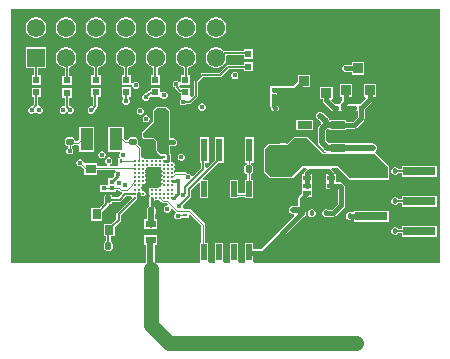
<source format=gtl>
G04*
G04 #@! TF.GenerationSoftware,Altium Limited,Altium Designer,22.10.1 (41)*
G04*
G04 Layer_Physical_Order=1*
G04 Layer_Color=255*
%FSLAX25Y25*%
%MOIN*%
G70*
G04*
G04 #@! TF.SameCoordinates,6EEB4584-1C63-4AE3-A79B-07B07B7A1057*
G04*
G04*
G04 #@! TF.FilePolarity,Positive*
G04*
G01*
G75*
%ADD11C,0.00600*%
%ADD14C,0.00800*%
%ADD19R,0.04724X0.02559*%
%ADD20R,0.02362X0.02362*%
G04:AMPARAMS|DCode=21|XSize=21.26mil|YSize=23.62mil|CornerRadius=5.53mil|HoleSize=0mil|Usage=FLASHONLY|Rotation=0.000|XOffset=0mil|YOffset=0mil|HoleType=Round|Shape=RoundedRectangle|*
%AMROUNDEDRECTD21*
21,1,0.02126,0.01257,0,0,0.0*
21,1,0.01021,0.02362,0,0,0.0*
1,1,0.01106,0.00510,-0.00628*
1,1,0.01106,-0.00510,-0.00628*
1,1,0.01106,-0.00510,0.00628*
1,1,0.01106,0.00510,0.00628*
%
%ADD21ROUNDEDRECTD21*%
%ADD22R,0.01575X0.01496*%
%ADD23R,0.02638X0.01575*%
%ADD24R,0.04134X0.03937*%
%ADD25R,0.02598X0.01575*%
%ADD26R,0.10984X0.02913*%
%ADD27R,0.03347X0.02461*%
G04:AMPARAMS|DCode=28|XSize=21.26mil|YSize=23.62mil|CornerRadius=5.53mil|HoleSize=0mil|Usage=FLASHONLY|Rotation=90.000|XOffset=0mil|YOffset=0mil|HoleType=Round|Shape=RoundedRectangle|*
%AMROUNDEDRECTD28*
21,1,0.02126,0.01257,0,0,90.0*
21,1,0.01021,0.02362,0,0,90.0*
1,1,0.01106,0.00628,0.00510*
1,1,0.01106,0.00628,-0.00510*
1,1,0.01106,-0.00628,-0.00510*
1,1,0.01106,-0.00628,0.00510*
%
%ADD28ROUNDEDRECTD28*%
%ADD29R,0.03200X0.03500*%
%ADD30R,0.01496X0.01575*%
%ADD31R,0.03500X0.03200*%
%ADD32R,0.01000X0.01400*%
%ADD33R,0.01400X0.01000*%
%ADD34R,0.02953X0.03347*%
%ADD35R,0.01900X0.05400*%
%ADD36R,0.04331X0.07480*%
%ADD37C,0.00835*%
%ADD38R,0.02100X0.07800*%
%ADD39R,0.03000X0.03300*%
%ADD40R,0.03300X0.03000*%
%ADD41C,0.05000*%
%ADD42C,0.02000*%
%ADD43C,0.01000*%
%ADD53R,0.12600X0.09500*%
%ADD61C,0.01500*%
%ADD62C,0.00400*%
%ADD63C,0.01800*%
%ADD64C,0.06102*%
%ADD65R,0.06102X0.06102*%
%ADD66C,0.01800*%
%ADD67C,0.01600*%
%ADD68C,0.00800*%
G36*
X667758Y131037D02*
X605859D01*
X605719Y131479D01*
X605719Y131537D01*
Y133187D01*
X608761D01*
X609210Y133276D01*
X609590Y133531D01*
X622161Y146101D01*
X622419Y146152D01*
X622882Y146462D01*
X623191Y146925D01*
X623300Y147471D01*
X623191Y148017D01*
X623045Y148236D01*
Y151859D01*
X624107Y152921D01*
X625355D01*
Y154981D01*
X625355Y155296D01*
X625355Y155796D01*
Y157855D01*
X625355D01*
Y158040D01*
X625355D01*
Y160414D01*
X625846Y160436D01*
X629301D01*
X629791Y160414D01*
Y158040D01*
X629791D01*
Y157855D01*
X629791D01*
Y155481D01*
X633229D01*
Y155496D01*
X633838D01*
Y150595D01*
X631887Y148644D01*
X630439D01*
X630131Y148771D01*
X629614D01*
X629136Y148573D01*
X628770Y148207D01*
X628573Y147730D01*
Y147213D01*
X628770Y146735D01*
X629136Y146369D01*
X629614Y146171D01*
X630131D01*
X630439Y146299D01*
X632373D01*
X632821Y146388D01*
X633202Y146642D01*
X635840Y149280D01*
X636094Y149660D01*
X636183Y150109D01*
Y156109D01*
X636094Y156558D01*
X635840Y156938D01*
X635280Y157497D01*
X634900Y157751D01*
X634451Y157841D01*
X633647D01*
X633229Y158040D01*
Y160414D01*
X632683D01*
Y160609D01*
X632594Y161058D01*
X632339Y161438D01*
X631601Y162176D01*
X631809Y162676D01*
X633831D01*
X637704Y158803D01*
X638010Y158676D01*
X650480D01*
X650786Y158803D01*
X650913Y159109D01*
X650913Y162957D01*
X650880Y163036D01*
Y163357D01*
X650693D01*
X646634Y167415D01*
X646328Y167542D01*
X646092Y168006D01*
X646095Y168042D01*
X646511Y168320D01*
X646820Y168783D01*
X646929Y169329D01*
X646820Y169876D01*
X646511Y170339D01*
X646503Y170347D01*
X646040Y170656D01*
X645494Y170765D01*
X645494Y170765D01*
X643438D01*
X643165Y170819D01*
X641909D01*
X641636Y170765D01*
X639438D01*
X639165Y170819D01*
X637909D01*
X637640Y170766D01*
X636576D01*
Y171019D01*
X631052D01*
Y171019D01*
X630572Y171066D01*
X629938Y171700D01*
Y175018D01*
X630342Y175422D01*
X631052D01*
Y175140D01*
X636576D01*
Y175677D01*
X639251D01*
X639699Y175766D01*
X640080Y176020D01*
X642446Y178386D01*
X642700Y178767D01*
X642789Y179215D01*
Y182123D01*
X645375Y184709D01*
X645629Y185089D01*
X645718Y185538D01*
Y186239D01*
X646546D01*
Y190539D01*
X642546D01*
Y186239D01*
X642881D01*
X643088Y185739D01*
X641146Y183796D01*
X640469D01*
Y183796D01*
X638256D01*
X638256Y183796D01*
Y183796D01*
X637812Y183932D01*
X637618Y184282D01*
X637683Y184609D01*
Y186239D01*
X638475D01*
Y190539D01*
X634475D01*
Y186239D01*
X635338D01*
Y185095D01*
X634788Y184544D01*
X634533Y184164D01*
X634460Y183796D01*
X632981D01*
X631669Y185109D01*
X631876Y185609D01*
X632160D01*
Y189609D01*
X627860D01*
Y185609D01*
X628838D01*
Y185109D01*
X628927Y184660D01*
X629181Y184280D01*
X631681Y181780D01*
X632062Y181526D01*
X632256Y181487D01*
Y181421D01*
X634552D01*
Y181422D01*
X636765D01*
Y181436D01*
X638256D01*
Y181421D01*
X640444D01*
Y179701D01*
X638765Y178022D01*
X636576D01*
Y178499D01*
X631128D01*
X631069Y178796D01*
X630760Y179259D01*
X630760Y179259D01*
X629009Y181009D01*
X628546Y181319D01*
X628000Y181427D01*
X627454Y181319D01*
X626991Y181009D01*
X626681Y180546D01*
X626573Y180000D01*
X626681Y179454D01*
X626991Y178991D01*
X628124Y177858D01*
Y177241D01*
X627501Y176618D01*
X627192Y176155D01*
X627083Y175609D01*
X627083Y175609D01*
Y171109D01*
X627083Y171109D01*
X627192Y170563D01*
X627501Y170100D01*
X629241Y168359D01*
X629241Y168359D01*
X629704Y168050D01*
X629745Y168042D01*
X629696Y167542D01*
X629190D01*
X623816Y172915D01*
X623510Y173042D01*
X619385D01*
X619079Y172915D01*
X616749Y170585D01*
X616510Y170745D01*
X616139Y170819D01*
X614882D01*
X614510Y170745D01*
X614206Y170542D01*
X611010D01*
X610704Y170415D01*
X609204Y168915D01*
X609077Y168609D01*
Y161609D01*
X609204Y161303D01*
X611204Y159303D01*
X611510Y159176D01*
X618510Y159176D01*
X618817Y159303D01*
X622190Y162676D01*
X623212D01*
X623419Y162176D01*
X622807Y161564D01*
X622553Y161184D01*
X622464Y160735D01*
Y160414D01*
X621917D01*
Y158040D01*
X621917D01*
Y157855D01*
X621917D01*
Y155796D01*
X621917Y155481D01*
X621917Y154981D01*
Y154048D01*
X621043Y153174D01*
X620789Y152794D01*
X620700Y152345D01*
Y149927D01*
X619000D01*
X618454Y149819D01*
X617991Y149509D01*
X617681Y149046D01*
X617573Y148500D01*
X617681Y147954D01*
X617991Y147491D01*
X618454Y147181D01*
X619000Y147073D01*
X619163D01*
X619354Y146611D01*
X608276Y135532D01*
X605719D01*
Y137679D01*
X603019D01*
Y131537D01*
X603019Y131479D01*
X602878Y131037D01*
X600859D01*
X600718Y131479D01*
X600718Y131537D01*
Y137679D01*
X598019D01*
Y131537D01*
X598019Y131479D01*
X597878Y131037D01*
X595859D01*
X595718Y131479D01*
X595718Y131537D01*
Y137679D01*
X593018D01*
Y131537D01*
X593018Y131479D01*
X592878Y131037D01*
X590859D01*
X590719Y131479D01*
X590719Y131537D01*
Y137679D01*
X589660D01*
Y143630D01*
X589470Y144089D01*
X584771Y148787D01*
X584312Y148977D01*
X582429D01*
X582130Y149477D01*
X582210Y149670D01*
Y150100D01*
X584777Y152666D01*
X584932Y152898D01*
X584986Y153171D01*
Y155311D01*
X587557Y157881D01*
X588019Y157690D01*
Y152479D01*
X590719D01*
Y158678D01*
X589007D01*
X588816Y159140D01*
X593954Y164278D01*
X595819D01*
Y172879D01*
X592918D01*
Y166479D01*
X592859Y166390D01*
X592805Y166117D01*
Y165148D01*
X590224Y162568D01*
X589724Y162775D01*
Y164278D01*
X590819D01*
Y172879D01*
X587919D01*
Y164278D01*
X588297D01*
Y162490D01*
X585662Y159856D01*
X585094Y159995D01*
X585017Y160180D01*
X584680Y160517D01*
X584239Y160700D01*
X583761D01*
X583731Y160687D01*
X583468Y160950D01*
X583009Y161141D01*
X579709D01*
X579458Y161036D01*
X579337Y161328D01*
X579111Y161554D01*
X579337Y161780D01*
X579461Y162080D01*
Y162405D01*
X579337Y162706D01*
X579111Y162932D01*
X579337Y163158D01*
X579461Y163458D01*
Y163783D01*
X579337Y164084D01*
X579107Y164314D01*
X578807Y164438D01*
X578543D01*
X578515Y164452D01*
X578331Y164623D01*
X578153Y164843D01*
X578184Y164999D01*
Y166853D01*
X578114Y167204D01*
X577915Y167502D01*
X577806Y167611D01*
Y167792D01*
X577816Y167803D01*
X577943Y168109D01*
Y169783D01*
X579010D01*
X579518Y169884D01*
X579948Y170172D01*
X580235Y170602D01*
X580336Y171109D01*
X580235Y171616D01*
X579948Y172046D01*
X579518Y172334D01*
X579010Y172434D01*
X577943D01*
Y181609D01*
X577816Y181915D01*
X576817Y182915D01*
X576510Y183042D01*
X573510D01*
X573204Y182915D01*
X572204Y181915D01*
X572077Y181609D01*
Y181517D01*
X572110Y181437D01*
Y181351D01*
X572122Y181323D01*
Y181018D01*
X572110Y180990D01*
Y180904D01*
X572077Y180825D01*
Y177788D01*
X568704Y174415D01*
X568577Y174109D01*
Y173109D01*
X568704Y172803D01*
X569193Y172314D01*
X569499Y172187D01*
X569968D01*
X569983Y172184D01*
X569998Y172187D01*
X570010D01*
X570022Y172192D01*
X570026Y172193D01*
X570067Y172176D01*
X572331D01*
X573077Y171430D01*
Y168609D01*
X573204Y168303D01*
X573423Y168084D01*
Y168009D01*
X573498D01*
X574704Y166803D01*
X575010Y166676D01*
X576177D01*
X576239Y166582D01*
X576349Y166473D01*
Y165916D01*
X575888D01*
X575537Y165847D01*
X575240Y165648D01*
X575037Y165628D01*
X574973Y165692D01*
X574673Y165816D01*
X574348D01*
X574047Y165692D01*
X573821Y165466D01*
X573595Y165692D01*
X573295Y165816D01*
X572970D01*
X572669Y165692D01*
X572443Y165466D01*
X572217Y165692D01*
X571917Y165816D01*
X571592D01*
X571291Y165692D01*
X571066Y165466D01*
X570840Y165692D01*
X570539Y165816D01*
X570214D01*
X569913Y165692D01*
X569688Y165466D01*
X569461Y165692D01*
X569161Y165816D01*
X568836D01*
X568770Y165789D01*
X568273Y166078D01*
X568270Y166082D01*
Y169227D01*
X568080Y169686D01*
X567082Y170684D01*
X567110Y170827D01*
Y171847D01*
X567036Y172219D01*
X566826Y172534D01*
X566510Y172745D01*
X566139Y172819D01*
X564882D01*
X564510Y172745D01*
X564195Y172534D01*
X563984Y172219D01*
X563911Y171847D01*
Y171758D01*
X563279D01*
X562497Y172541D01*
Y176249D01*
X557366D01*
Y167969D01*
X561078D01*
X561285Y167469D01*
X561237Y167421D01*
X561054Y166980D01*
Y166502D01*
X561111Y166365D01*
X560780Y165865D01*
X560649D01*
Y163664D01*
X560423Y163258D01*
X557904D01*
X557805Y163758D01*
X558111Y163885D01*
X558449Y164223D01*
X558632Y164664D01*
Y165141D01*
X558449Y165582D01*
X558111Y165920D01*
X557670Y166103D01*
X557193D01*
X556752Y165920D01*
X556414Y165582D01*
X556231Y165141D01*
Y164664D01*
X556414Y164223D01*
X556752Y163885D01*
X557058Y163758D01*
X556959Y163258D01*
X553477D01*
Y164096D01*
X549568D01*
X549367Y164110D01*
X549106Y164484D01*
Y164605D01*
X548923Y165046D01*
X548585Y165384D01*
X548144Y165567D01*
X547667D01*
X547226Y165384D01*
X546888Y165046D01*
X546706Y164605D01*
Y164128D01*
X546888Y163687D01*
X547226Y163349D01*
X547667Y163166D01*
X548144D01*
X548175Y163179D01*
X549228Y162125D01*
X549377Y162064D01*
Y160296D01*
X553477D01*
Y161960D01*
X559609D01*
X559718Y161732D01*
X559762Y161460D01*
X559483Y161180D01*
X559300Y160739D01*
Y160261D01*
X559395Y160033D01*
X558454Y159092D01*
X557367D01*
Y157245D01*
X557042Y156880D01*
X556901Y156880D01*
X554668D01*
Y154584D01*
X557042D01*
Y154584D01*
X557367D01*
Y154584D01*
X559741D01*
Y155071D01*
X560638D01*
X560955Y154753D01*
X561415Y154563D01*
X561774D01*
X561981Y154063D01*
X560782Y152864D01*
X558739D01*
X558690Y153109D01*
X558479Y153424D01*
X558164Y153635D01*
X557792Y153709D01*
X556772D01*
X556400Y153635D01*
X556085Y153424D01*
X555874Y153109D01*
X555800Y152737D01*
Y151481D01*
X555874Y151109D01*
X555898Y151074D01*
Y150847D01*
X554233Y149182D01*
X551634D01*
Y145036D01*
X555387D01*
Y148029D01*
X557290Y149932D01*
X557290Y149932D01*
X557467Y150197D01*
X557529Y150509D01*
X557750Y150509D01*
X557792Y150509D01*
X558164Y150583D01*
X558479Y150794D01*
X558690Y151109D01*
X558714Y151233D01*
X561120D01*
X561120Y151233D01*
X561432Y151295D01*
X561697Y151472D01*
X563385Y153159D01*
X564944D01*
X565151Y152659D01*
X560170Y147678D01*
X559993Y147413D01*
X559931Y147101D01*
X559931Y147101D01*
Y145517D01*
X558282Y143867D01*
X555768D01*
Y139721D01*
X556466D01*
Y138148D01*
X556400Y138135D01*
X556085Y137924D01*
X555874Y137609D01*
X555800Y137237D01*
Y135981D01*
X555874Y135609D01*
X556085Y135294D01*
X556400Y135083D01*
X556772Y135009D01*
X557792D01*
X558164Y135083D01*
X558479Y135294D01*
X558690Y135609D01*
X558764Y135981D01*
Y137237D01*
X558690Y137609D01*
X558479Y137924D01*
X558164Y138135D01*
X558098Y138148D01*
Y139721D01*
X559521D01*
Y142792D01*
X559522Y142801D01*
X561323Y144602D01*
X561500Y144867D01*
X561562Y145179D01*
X561562Y145179D01*
Y146763D01*
X566702Y151903D01*
X566706Y151904D01*
X566935Y152134D01*
X567060Y152435D01*
Y152760D01*
X566935Y153060D01*
X566710Y153286D01*
X566935Y153512D01*
X567060Y153813D01*
Y154138D01*
X567049Y154164D01*
X567432Y154547D01*
X567458Y154536D01*
X567783D01*
X567809Y154547D01*
X568192Y154164D01*
X568181Y154138D01*
Y153813D01*
X568306Y153512D01*
X568536Y153282D01*
X568836Y153158D01*
X569161D01*
X569461Y153282D01*
X569691Y153512D01*
X569816Y153813D01*
Y154138D01*
X569691Y154438D01*
X569461Y154668D01*
X569161Y154792D01*
X568836D01*
X568810Y154781D01*
X568427Y155164D01*
X568438Y155191D01*
Y155516D01*
X568314Y155816D01*
X568087Y156042D01*
X568314Y156268D01*
X568438Y156568D01*
Y156894D01*
X568427Y156920D01*
X568810Y157302D01*
X568836Y157292D01*
X569161D01*
X569461Y157416D01*
X569691Y157646D01*
X569816Y157946D01*
Y158272D01*
X569691Y158572D01*
X569465Y158798D01*
X569691Y159024D01*
X569816Y159324D01*
Y159650D01*
X569691Y159950D01*
X569465Y160176D01*
X569691Y160402D01*
X569816Y160702D01*
Y161027D01*
X569691Y161328D01*
X569465Y161554D01*
X569691Y161780D01*
X569816Y162080D01*
Y162405D01*
X569805Y162432D01*
X570188Y162814D01*
X570214Y162803D01*
X570539D01*
X570840Y162928D01*
X571066Y163154D01*
X571291Y162928D01*
X571592Y162803D01*
X571917D01*
X572217Y162928D01*
X572443Y163154D01*
X572669Y162928D01*
X572970Y162803D01*
X573295D01*
X573595Y162928D01*
X573821Y163154D01*
X574047Y162928D01*
X574348Y162803D01*
X574673D01*
X574699Y162814D01*
X575082Y162432D01*
X575071Y162405D01*
Y162080D01*
X575195Y161780D01*
X575421Y161554D01*
X575195Y161328D01*
X575071Y161027D01*
Y160702D01*
X575195Y160402D01*
X575421Y160176D01*
X575195Y159950D01*
X575071Y159650D01*
Y159324D01*
X575195Y159024D01*
X575421Y158798D01*
X575195Y158572D01*
X575071Y158272D01*
Y157946D01*
X575195Y157646D01*
X575421Y157420D01*
X575195Y157194D01*
X575071Y156894D01*
Y156568D01*
X575082Y156542D01*
X574699Y156159D01*
X574673Y156170D01*
X574348D01*
X574047Y156046D01*
X573821Y155820D01*
X573595Y156046D01*
X573295Y156170D01*
X572970D01*
X572669Y156046D01*
X572443Y155820D01*
X572217Y156046D01*
X571917Y156170D01*
X571592D01*
X571291Y156046D01*
X571062Y155816D01*
X570937Y155516D01*
Y155191D01*
X571062Y154890D01*
X571288Y154664D01*
X571062Y154438D01*
X570937Y154138D01*
Y153813D01*
X571062Y153512D01*
X571126Y153448D01*
X571106Y153246D01*
X570907Y152948D01*
X570837Y152597D01*
Y149806D01*
X570746Y149788D01*
X570430Y149577D01*
X570220Y149262D01*
X570146Y148890D01*
Y147634D01*
X570200Y147361D01*
Y145428D01*
X569394D01*
Y142167D01*
X571214D01*
X571447Y142121D01*
X571679Y142167D01*
X573541D01*
Y145428D01*
X573055D01*
Y147361D01*
X573109Y147634D01*
Y148890D01*
X573035Y149262D01*
X572825Y149577D01*
X572672Y149679D01*
Y151581D01*
X572970Y151780D01*
X573295D01*
X573595Y151904D01*
X573821Y152130D01*
X574047Y151904D01*
X574348Y151780D01*
X574348D01*
X575008Y151121D01*
X575467Y150930D01*
X576735D01*
X577169Y150496D01*
X576962Y149996D01*
X576764D01*
X576323Y149814D01*
X575985Y149476D01*
X575802Y149035D01*
Y148558D01*
X575985Y148117D01*
X576323Y147779D01*
X576764Y147596D01*
X577241D01*
X577682Y147779D01*
X578020Y148117D01*
X578202Y148558D01*
Y148756D01*
X578702Y148963D01*
X579608Y148057D01*
X579757Y147769D01*
X579609Y147405D01*
X579493Y147289D01*
X579310Y146848D01*
Y146370D01*
X579493Y145929D01*
X579831Y145592D01*
X580272Y145409D01*
X580749D01*
X581190Y145592D01*
X581472Y145873D01*
X581910Y146021D01*
X581910Y146021D01*
Y146021D01*
X581910Y146021D01*
X584110D01*
Y146958D01*
X584572Y147149D01*
X588361Y143361D01*
Y137679D01*
X588019D01*
Y131537D01*
X588019Y131479D01*
X587878Y131037D01*
X573346D01*
X572909Y131372D01*
X572779Y131426D01*
Y132907D01*
X572833Y133179D01*
Y134436D01*
X572779Y134709D01*
Y136950D01*
X573541D01*
Y140211D01*
X569394D01*
Y136950D01*
X569924D01*
Y134709D01*
X569870Y134436D01*
Y133179D01*
X569924Y132907D01*
Y131325D01*
X569548Y131037D01*
X524816D01*
Y215694D01*
X667758D01*
Y131037D01*
D02*
G37*
G36*
X577510Y181609D02*
Y173109D01*
Y171109D01*
Y169609D01*
Y168109D01*
X576510Y167109D01*
X575010D01*
X573510Y168609D01*
Y171609D01*
X572510Y172609D01*
X570067D01*
X570010Y172620D01*
X569499D01*
X569010Y173109D01*
Y174109D01*
X572510Y177609D01*
Y180825D01*
X572555Y180932D01*
Y181410D01*
X572510Y181517D01*
Y181609D01*
X573510Y182609D01*
X576510D01*
X577510Y181609D01*
D02*
G37*
G36*
X629010Y167109D02*
X646328D01*
X650480Y162957D01*
X650480Y159109D01*
X638010D01*
X634010Y163109D01*
X622010D01*
X618510Y159609D01*
X611510Y159609D01*
X609510Y161609D01*
Y168609D01*
X611010Y170109D01*
X616885D01*
X619385Y172609D01*
X623510D01*
X629010Y167109D01*
D02*
G37*
%LPC*%
G36*
X593735Y212784D02*
X592826D01*
X591949Y212549D01*
X591162Y212094D01*
X590519Y211452D01*
X590065Y210665D01*
X589829Y209787D01*
Y208879D01*
X590065Y208001D01*
X590519Y207214D01*
X591162Y206571D01*
X591949Y206117D01*
X592826Y205882D01*
X593735D01*
X594613Y206117D01*
X595400Y206571D01*
X596042Y207214D01*
X596497Y208001D01*
X596732Y208879D01*
Y209787D01*
X596497Y210665D01*
X596042Y211452D01*
X595400Y212094D01*
X594613Y212549D01*
X593735Y212784D01*
D02*
G37*
G36*
X583735D02*
X582826D01*
X581949Y212549D01*
X581162Y212094D01*
X580519Y211452D01*
X580065Y210665D01*
X579830Y209787D01*
Y208879D01*
X580065Y208001D01*
X580519Y207214D01*
X581162Y206571D01*
X581949Y206117D01*
X582826Y205882D01*
X583735D01*
X584613Y206117D01*
X585400Y206571D01*
X586042Y207214D01*
X586497Y208001D01*
X586732Y208879D01*
Y209787D01*
X586497Y210665D01*
X586042Y211452D01*
X585400Y212094D01*
X584613Y212549D01*
X583735Y212784D01*
D02*
G37*
G36*
X573735D02*
X572826D01*
X571949Y212549D01*
X571162Y212094D01*
X570519Y211452D01*
X570065Y210665D01*
X569830Y209787D01*
Y208879D01*
X570065Y208001D01*
X570519Y207214D01*
X571162Y206571D01*
X571949Y206117D01*
X572826Y205882D01*
X573735D01*
X574613Y206117D01*
X575400Y206571D01*
X576042Y207214D01*
X576497Y208001D01*
X576732Y208879D01*
Y209787D01*
X576497Y210665D01*
X576042Y211452D01*
X575400Y212094D01*
X574613Y212549D01*
X573735Y212784D01*
D02*
G37*
G36*
X563735D02*
X562826D01*
X561949Y212549D01*
X561162Y212094D01*
X560519Y211452D01*
X560065Y210665D01*
X559830Y209787D01*
Y208879D01*
X560065Y208001D01*
X560519Y207214D01*
X561162Y206571D01*
X561949Y206117D01*
X562826Y205882D01*
X563735D01*
X564613Y206117D01*
X565400Y206571D01*
X566042Y207214D01*
X566497Y208001D01*
X566732Y208879D01*
Y209787D01*
X566497Y210665D01*
X566042Y211452D01*
X565400Y212094D01*
X564613Y212549D01*
X563735Y212784D01*
D02*
G37*
G36*
X553735D02*
X552826D01*
X551949Y212549D01*
X551162Y212094D01*
X550519Y211452D01*
X550065Y210665D01*
X549829Y209787D01*
Y208879D01*
X550065Y208001D01*
X550519Y207214D01*
X551162Y206571D01*
X551949Y206117D01*
X552826Y205882D01*
X553735D01*
X554613Y206117D01*
X555400Y206571D01*
X556042Y207214D01*
X556497Y208001D01*
X556732Y208879D01*
Y209787D01*
X556497Y210665D01*
X556042Y211452D01*
X555400Y212094D01*
X554613Y212549D01*
X553735Y212784D01*
D02*
G37*
G36*
X543735D02*
X542826D01*
X541949Y212549D01*
X541162Y212094D01*
X540519Y211452D01*
X540065Y210665D01*
X539829Y209787D01*
Y208879D01*
X540065Y208001D01*
X540519Y207214D01*
X541162Y206571D01*
X541949Y206117D01*
X542826Y205882D01*
X543735D01*
X544613Y206117D01*
X545400Y206571D01*
X546042Y207214D01*
X546497Y208001D01*
X546732Y208879D01*
Y209787D01*
X546497Y210665D01*
X546042Y211452D01*
X545400Y212094D01*
X544613Y212549D01*
X543735Y212784D01*
D02*
G37*
G36*
X533735D02*
X532826D01*
X531949Y212549D01*
X531162Y212094D01*
X530519Y211452D01*
X530065Y210665D01*
X529830Y209787D01*
Y208879D01*
X530065Y208001D01*
X530519Y207214D01*
X531162Y206571D01*
X531949Y206117D01*
X532826Y205882D01*
X533735D01*
X534613Y206117D01*
X535400Y206571D01*
X536042Y207214D01*
X536497Y208001D01*
X536732Y208879D01*
Y209787D01*
X536497Y210665D01*
X536042Y211452D01*
X535400Y212094D01*
X534613Y212549D01*
X533735Y212784D01*
D02*
G37*
G36*
X593735Y202784D02*
X592826D01*
X591949Y202549D01*
X591162Y202095D01*
X590519Y201452D01*
X590065Y200665D01*
X589829Y199787D01*
Y198879D01*
X590065Y198001D01*
X590519Y197214D01*
X591162Y196571D01*
X591949Y196117D01*
X592826Y195882D01*
X593735D01*
X594613Y196117D01*
X595400Y196571D01*
X596042Y197214D01*
X596497Y198001D01*
X596732Y198879D01*
Y199787D01*
X596994Y200129D01*
X602485D01*
Y198906D01*
X605647D01*
Y202068D01*
X602485D01*
Y201556D01*
X596333D01*
X596060Y201502D01*
X596020Y201475D01*
X595400Y202095D01*
X594613Y202549D01*
X593735Y202784D01*
D02*
G37*
G36*
X642510Y197979D02*
X638510D01*
Y197002D01*
X636758D01*
X636692Y197029D01*
X636215D01*
X635774Y196847D01*
X635436Y196509D01*
X635253Y196068D01*
Y195591D01*
X635436Y195150D01*
X635774Y194812D01*
X636215Y194629D01*
X636692D01*
X636758Y194657D01*
X638510D01*
Y193679D01*
X642510D01*
Y197979D01*
D02*
G37*
G36*
X583735Y202784D02*
X582826D01*
X581949Y202549D01*
X581162Y202095D01*
X580519Y201452D01*
X580065Y200665D01*
X579830Y199787D01*
Y198879D01*
X580065Y198001D01*
X580519Y197214D01*
X581162Y196571D01*
X581949Y196117D01*
X582567Y195951D01*
Y193448D01*
X581453D01*
Y191283D01*
X580988Y191176D01*
X580953Y191175D01*
X580622Y191507D01*
X580181Y191689D01*
X579703D01*
X579262Y191507D01*
X578925Y191169D01*
X578742Y190728D01*
Y190251D01*
X578925Y189810D01*
X579262Y189472D01*
X579416Y189408D01*
X579460Y189189D01*
X579614Y188957D01*
X580800Y187771D01*
X581032Y187617D01*
X581305Y187562D01*
X581453D01*
Y186152D01*
X581454D01*
X581583Y185800D01*
X581596Y185652D01*
X581289Y185345D01*
X581106Y184904D01*
Y184426D01*
X581289Y183985D01*
X581626Y183648D01*
X582067Y183465D01*
X582545D01*
X582986Y183648D01*
X583221Y183883D01*
X584497D01*
X584770Y183937D01*
X585002Y184092D01*
X587090Y186180D01*
X587245Y186412D01*
X587299Y186685D01*
Y191113D01*
X588969Y192783D01*
X594576D01*
X594849Y192838D01*
X595080Y192992D01*
X597571Y195483D01*
X602485D01*
Y194772D01*
X605647D01*
Y197934D01*
X602485D01*
Y196910D01*
X597275D01*
X597002Y196856D01*
X596770Y196701D01*
X594280Y194211D01*
X588673D01*
X588400Y194156D01*
X588169Y194002D01*
X586081Y191913D01*
X585926Y191682D01*
X585872Y191409D01*
Y186980D01*
X585115Y186224D01*
X584616Y186432D01*
X584616Y186526D01*
X584616Y186526D01*
X584616Y186536D01*
Y189314D01*
X581453D01*
X581453Y189314D01*
Y189314D01*
X581236Y189436D01*
X581037Y189625D01*
X581155Y190102D01*
X581432Y190273D01*
X581604Y190286D01*
X584616D01*
Y193448D01*
X583994D01*
Y195951D01*
X584613Y196117D01*
X585400Y196571D01*
X586042Y197214D01*
X586497Y198001D01*
X586732Y198879D01*
Y199787D01*
X586497Y200665D01*
X586042Y201452D01*
X585400Y202095D01*
X584613Y202549D01*
X583735Y202784D01*
D02*
G37*
G36*
X599728Y194595D02*
X599251D01*
X598810Y194413D01*
X598472Y194075D01*
X598289Y193634D01*
Y193157D01*
X598472Y192716D01*
X598810Y192378D01*
X599251Y192195D01*
X599728D01*
X600169Y192378D01*
X600507Y192716D01*
X600689Y193157D01*
Y193634D01*
X600507Y194075D01*
X600169Y194413D01*
X599728Y194595D01*
D02*
G37*
G36*
X573735Y202784D02*
X572826D01*
X571949Y202549D01*
X571162Y202095D01*
X570519Y201452D01*
X570065Y200665D01*
X569830Y199787D01*
Y198879D01*
X570065Y198001D01*
X570519Y197214D01*
X571162Y196571D01*
X571949Y196117D01*
X572331Y196014D01*
Y193448D01*
X571464D01*
Y190286D01*
X574626D01*
Y193448D01*
X573759D01*
Y195888D01*
X574613Y196117D01*
X575400Y196571D01*
X576042Y197214D01*
X576497Y198001D01*
X576732Y198879D01*
Y199787D01*
X576497Y200665D01*
X576042Y201452D01*
X575400Y202095D01*
X574613Y202549D01*
X573735Y202784D01*
D02*
G37*
G36*
X536732D02*
X529830D01*
Y195882D01*
X532614D01*
Y193448D01*
X531746D01*
Y190286D01*
X534909D01*
Y193448D01*
X534041D01*
Y195882D01*
X536732D01*
Y202784D01*
D02*
G37*
G36*
X553735D02*
X552826D01*
X551949Y202549D01*
X551162Y202095D01*
X550519Y201452D01*
X550065Y200665D01*
X549829Y199787D01*
Y198879D01*
X550065Y198001D01*
X550519Y197214D01*
X551162Y196571D01*
X551949Y196117D01*
X552567Y195951D01*
Y193436D01*
X551690D01*
Y190274D01*
X554852D01*
Y193436D01*
X553994D01*
Y195951D01*
X554613Y196117D01*
X555400Y196571D01*
X556042Y197214D01*
X556497Y198001D01*
X556732Y198879D01*
Y199787D01*
X556497Y200665D01*
X556042Y201452D01*
X555400Y202095D01*
X554613Y202549D01*
X553735Y202784D01*
D02*
G37*
G36*
X543735D02*
X542826D01*
X541949Y202549D01*
X541162Y202095D01*
X540519Y201452D01*
X540065Y200665D01*
X539829Y199787D01*
Y198879D01*
X540065Y198001D01*
X540519Y197214D01*
X541162Y196571D01*
X541949Y196117D01*
X542826Y195882D01*
X542868D01*
Y193331D01*
X542031D01*
Y190168D01*
X545194D01*
Y193331D01*
X544296D01*
Y196032D01*
X544613Y196117D01*
X545400Y196571D01*
X546042Y197214D01*
X546497Y198001D01*
X546732Y198879D01*
Y199787D01*
X546497Y200665D01*
X546042Y201452D01*
X545400Y202095D01*
X544613Y202549D01*
X543735Y202784D01*
D02*
G37*
G36*
X563735D02*
X562826D01*
X561949Y202549D01*
X561162Y202095D01*
X560519Y201452D01*
X560065Y200665D01*
X559830Y199787D01*
Y198879D01*
X560065Y198001D01*
X560519Y197214D01*
X561162Y196571D01*
X561949Y196117D01*
X562567Y195951D01*
Y193545D01*
X561769D01*
Y190383D01*
X564830Y190383D01*
X564932Y190383D01*
X565307Y190151D01*
X565330Y189912D01*
X565417Y189700D01*
X565512Y189471D01*
X565850Y189133D01*
X566291Y188951D01*
X566768D01*
X567209Y189133D01*
X567547Y189471D01*
X567730Y189912D01*
Y190389D01*
X567547Y190830D01*
X567209Y191168D01*
X566768Y191351D01*
X566291D01*
X565850Y191168D01*
X565512Y190830D01*
X565432Y190636D01*
X564932Y190735D01*
X564932Y190883D01*
Y193545D01*
X563994D01*
Y195951D01*
X564613Y196117D01*
X565400Y196571D01*
X566042Y197214D01*
X566497Y198001D01*
X566732Y198879D01*
Y199787D01*
X566497Y200665D01*
X566042Y201452D01*
X565400Y202095D01*
X564613Y202549D01*
X563735Y202784D01*
D02*
G37*
G36*
X574626Y189314D02*
X571464D01*
Y188416D01*
X571315D01*
X571042Y188362D01*
X570811Y188207D01*
X570044Y187440D01*
X569614D01*
X569173Y187257D01*
X568836Y186920D01*
X568653Y186478D01*
Y186001D01*
X568836Y185560D01*
X569173Y185223D01*
X569614Y185040D01*
X570092D01*
X570533Y185223D01*
X570870Y185560D01*
X571034Y185955D01*
X571464Y186152D01*
X571464Y186152D01*
X571464Y186152D01*
X574462Y186152D01*
X574705Y186118D01*
X575051Y185970D01*
X575272Y185749D01*
X575713Y185566D01*
X576191D01*
X576632Y185749D01*
X576969Y186086D01*
X577152Y186527D01*
Y187004D01*
X576969Y187446D01*
X576632Y187783D01*
X576191Y187966D01*
X575713D01*
X575272Y187783D01*
X575126Y187637D01*
X574626Y187844D01*
Y189314D01*
D02*
G37*
G36*
X564932Y189412D02*
X561769D01*
Y186249D01*
X562169D01*
X562376Y185749D01*
X562224Y185598D01*
X562041Y185157D01*
Y184679D01*
X562224Y184238D01*
X562562Y183900D01*
X563003Y183718D01*
X563480D01*
X563921Y183900D01*
X564259Y184238D01*
X564441Y184679D01*
Y185157D01*
X564259Y185598D01*
X564107Y185749D01*
X564314Y186249D01*
X564932D01*
Y189412D01*
D02*
G37*
G36*
X554852Y189303D02*
X551690D01*
Y186140D01*
X552359D01*
Y183488D01*
X551950Y183079D01*
X551856Y183117D01*
X551379D01*
X550938Y182935D01*
X550600Y182597D01*
X550418Y182156D01*
Y181679D01*
X550600Y181238D01*
X550938Y180900D01*
X551379Y180717D01*
X551856D01*
X552297Y180900D01*
X552635Y181238D01*
X552817Y181679D01*
Y181927D01*
X553578Y182688D01*
X553732Y182919D01*
X553787Y183192D01*
Y186140D01*
X554852D01*
Y189303D01*
D02*
G37*
G36*
X588805Y184079D02*
X588328D01*
X587887Y183896D01*
X587549Y183558D01*
X587366Y183117D01*
Y182640D01*
X587549Y182199D01*
X587887Y181861D01*
X588328Y181678D01*
X588805D01*
X589246Y181861D01*
X589584Y182199D01*
X589766Y182640D01*
Y183117D01*
X589584Y183558D01*
X589246Y183896D01*
X588805Y184079D01*
D02*
G37*
G36*
X624719Y193644D02*
X620419D01*
Y191303D01*
X619007Y189890D01*
X618012D01*
X618002Y189888D01*
X612617D01*
X612494Y189863D01*
X611323D01*
Y187567D01*
X611323D01*
Y185355D01*
X611338D01*
Y183109D01*
X611427Y182660D01*
X611681Y182280D01*
X611966Y181995D01*
X611993Y181929D01*
X612331Y181592D01*
X612772Y181409D01*
X613249D01*
X613690Y181592D01*
X614028Y181929D01*
X614210Y182370D01*
Y182848D01*
X614028Y183289D01*
X613690Y183626D01*
X613683Y183629D01*
Y185355D01*
X613698D01*
Y187543D01*
X618010D01*
X618020Y187545D01*
X619492D01*
X619941Y187634D01*
X620321Y187888D01*
X622078Y189644D01*
X624719D01*
Y193644D01*
D02*
G37*
G36*
X545194Y189197D02*
X542031D01*
Y186034D01*
X542818D01*
Y183533D01*
X542514Y183117D01*
X542371Y183117D01*
X542037D01*
X541596Y182935D01*
X541258Y182597D01*
X541076Y182156D01*
Y181679D01*
X541258Y181238D01*
X541596Y180900D01*
X542037Y180717D01*
X542514D01*
X542955Y180900D01*
X543126Y181071D01*
X543445Y181184D01*
X543765Y181071D01*
X543936Y180900D01*
X544377Y180717D01*
X544854D01*
X545295Y180900D01*
X545633Y181238D01*
X545815Y181679D01*
Y182156D01*
X545633Y182597D01*
X545295Y182935D01*
X544854Y183117D01*
X544425D01*
X544246Y183296D01*
Y186034D01*
X545194D01*
Y189197D01*
D02*
G37*
G36*
X534909Y189314D02*
X531746D01*
Y186152D01*
X532614D01*
Y183716D01*
X532015Y183117D01*
X531586D01*
X531145Y182935D01*
X530807Y182597D01*
X530625Y182156D01*
Y181679D01*
X530807Y181238D01*
X531145Y180900D01*
X531586Y180717D01*
X532063D01*
X532504Y180900D01*
X532842Y181237D01*
X533349D01*
X533687Y180900D01*
X534128Y180717D01*
X534605D01*
X535046Y180900D01*
X535384Y181238D01*
X535567Y181679D01*
Y182156D01*
X535384Y182597D01*
X535046Y182935D01*
X534605Y183117D01*
X534491D01*
X534075Y183397D01*
X534041Y183579D01*
Y186152D01*
X534909D01*
Y189314D01*
D02*
G37*
G36*
X568239Y182700D02*
X567761D01*
X567320Y182517D01*
X566983Y182180D01*
X566800Y181739D01*
Y181261D01*
X566983Y180820D01*
X567320Y180483D01*
X567761Y180300D01*
X568239D01*
X568680Y180483D01*
X569017Y180820D01*
X569200Y181261D01*
Y181739D01*
X569017Y182180D01*
X568680Y182517D01*
X568239Y182700D01*
D02*
G37*
G36*
X570239Y180200D02*
X569761D01*
X569320Y180017D01*
X568983Y179680D01*
X568800Y179239D01*
Y178761D01*
X568983Y178320D01*
X569320Y177983D01*
X569761Y177800D01*
X570239D01*
X570680Y177983D01*
X571017Y178320D01*
X571200Y178761D01*
Y179239D01*
X571017Y179680D01*
X570680Y180017D01*
X570239Y180200D01*
D02*
G37*
G36*
X625553Y178499D02*
X620028D01*
Y175140D01*
X625553D01*
Y178499D01*
D02*
G37*
G36*
X552654Y176249D02*
X547524D01*
Y172041D01*
X546970Y171487D01*
X546110D01*
Y171847D01*
X546036Y172219D01*
X545826Y172534D01*
X545510Y172745D01*
X545139Y172819D01*
X543882D01*
X543510Y172745D01*
X543195Y172534D01*
X542984Y172219D01*
X542911Y171847D01*
Y170827D01*
X542984Y170455D01*
X543195Y170140D01*
X543510Y169930D01*
X543861Y169860D01*
Y169337D01*
X543753Y169292D01*
X543415Y168954D01*
X543233Y168513D01*
Y168036D01*
X543415Y167595D01*
X543753Y167257D01*
X544194Y167075D01*
X544671D01*
X545113Y167257D01*
X545450Y167595D01*
X545633Y168036D01*
Y168513D01*
X545450Y168954D01*
X545160Y169245D01*
Y169860D01*
X545510Y169930D01*
X545826Y170140D01*
X545857Y170188D01*
X547239D01*
X547524Y169997D01*
Y167969D01*
X552654D01*
Y176249D01*
D02*
G37*
G36*
X555456Y168188D02*
X554979D01*
X554538Y168006D01*
X554201Y167668D01*
X554018Y167227D01*
Y166750D01*
X554201Y166308D01*
X554538Y165971D01*
X554979Y165788D01*
X555456D01*
X555898Y165971D01*
X556235Y166308D01*
X556418Y166750D01*
Y167227D01*
X556235Y167668D01*
X555898Y168006D01*
X555456Y168188D01*
D02*
G37*
G36*
X581926Y167304D02*
X581449D01*
X581008Y167122D01*
X580670Y166784D01*
X580488Y166343D01*
Y165866D01*
X580670Y165425D01*
X581008Y165087D01*
X581449Y164904D01*
X581926D01*
X582367Y165087D01*
X582705Y165425D01*
X582888Y165866D01*
Y166343D01*
X582705Y166784D01*
X582367Y167122D01*
X581926Y167304D01*
D02*
G37*
G36*
X666904Y163357D02*
X655120D01*
Y162214D01*
X654111D01*
X654102Y162236D01*
X653736Y162602D01*
X653259Y162800D01*
X652741D01*
X652264Y162602D01*
X651898Y162236D01*
X651700Y161759D01*
Y161241D01*
X651898Y160764D01*
X652264Y160398D01*
X652741Y160200D01*
X653259D01*
X653736Y160398D01*
X654102Y160764D01*
X654111Y160786D01*
X655120D01*
Y159643D01*
X666904D01*
Y163357D01*
D02*
G37*
G36*
X605819Y172879D02*
X602918D01*
Y164278D01*
X603491D01*
Y163651D01*
X603258Y163604D01*
X602943Y163394D01*
X602732Y163079D01*
X602659Y162707D01*
Y161450D01*
X602732Y161078D01*
X602943Y160763D01*
X603258Y160553D01*
X603630Y160479D01*
X603719D01*
Y158678D01*
X603019D01*
Y154258D01*
X600718D01*
Y158678D01*
X598019D01*
Y152479D01*
X600718D01*
Y152960D01*
X603019D01*
Y152479D01*
X605719D01*
Y158678D01*
X605018D01*
Y160552D01*
X605022Y160553D01*
X605337Y160763D01*
X605548Y161078D01*
X605622Y161450D01*
Y162707D01*
X605548Y163079D01*
X605337Y163394D01*
X605022Y163604D01*
X604790Y163651D01*
Y164278D01*
X605819D01*
Y172879D01*
D02*
G37*
G36*
X666904Y153357D02*
X655120D01*
Y152214D01*
X654111D01*
X654102Y152236D01*
X653736Y152602D01*
X653259Y152800D01*
X652741D01*
X652264Y152602D01*
X651898Y152236D01*
X651700Y151759D01*
Y151241D01*
X651898Y150764D01*
X652264Y150398D01*
X652741Y150200D01*
X653259D01*
X653736Y150398D01*
X654102Y150764D01*
X654111Y150786D01*
X655120D01*
Y149643D01*
X666904D01*
Y153357D01*
D02*
G37*
G36*
X650880Y148357D02*
X639096D01*
Y147781D01*
X638330D01*
X638022Y147908D01*
X637505D01*
X637027Y147710D01*
X636661Y147344D01*
X636463Y146867D01*
Y146349D01*
X636661Y145872D01*
X637027Y145506D01*
X637505Y145308D01*
X638022D01*
X638330Y145436D01*
X639096D01*
Y144643D01*
X650880D01*
Y148357D01*
D02*
G37*
G36*
X625407Y148771D02*
X624890D01*
X624412Y148573D01*
X624046Y148207D01*
X623848Y147730D01*
Y147213D01*
X624046Y146735D01*
X624412Y146369D01*
X624890Y146171D01*
X625407D01*
X625885Y146369D01*
X626250Y146735D01*
X626448Y147213D01*
Y147730D01*
X626250Y148207D01*
X625885Y148573D01*
X625407Y148771D01*
D02*
G37*
G36*
X666904Y143357D02*
X655120D01*
Y142214D01*
X654111D01*
X654102Y142236D01*
X653736Y142602D01*
X653259Y142800D01*
X652741D01*
X652264Y142602D01*
X651898Y142236D01*
X651700Y141759D01*
Y141241D01*
X651898Y140764D01*
X652264Y140398D01*
X652741Y140200D01*
X653259D01*
X653736Y140398D01*
X654102Y140764D01*
X654111Y140786D01*
X655120D01*
Y139643D01*
X666904D01*
Y143357D01*
D02*
G37*
%LPD*%
D11*
X653000Y151500D02*
X658440D01*
X543532Y187535D02*
X543613Y187616D01*
X543532Y183000D02*
X544615Y181917D01*
X543532Y183000D02*
Y187535D01*
X582491Y188276D02*
X583034Y187733D01*
X580119Y189462D02*
X581305Y188276D01*
X582491D01*
X579942Y190489D02*
X580119Y190312D01*
Y189462D02*
Y190312D01*
X551617Y181917D02*
X551798D01*
X553073Y187524D02*
X553271Y187721D01*
X551798Y181917D02*
X553073Y183192D01*
Y187524D01*
X531825Y181917D02*
X533328Y183420D01*
X584272Y155606D02*
X593518Y164853D01*
X581010Y149909D02*
X584272Y153171D01*
Y155606D01*
X588673Y193497D02*
X594576D01*
X597275Y196196D02*
X603909D01*
X594576Y193497D02*
X597275Y196196D01*
X603909D02*
X604066Y196353D01*
X596333Y200842D02*
X603710D01*
X593281Y199333D02*
X594824D01*
X603710Y200842D02*
X604066Y200487D01*
X594824Y199333D02*
X596333Y200842D01*
X586585Y191409D02*
X588673Y193497D01*
X586585Y186685D02*
Y191409D01*
X584497Y184597D02*
X586585Y186685D01*
X582204Y184597D02*
X584497D01*
X563281Y192034D02*
Y199333D01*
X543582Y191780D02*
Y199032D01*
X583281Y192113D02*
Y199333D01*
X573045Y191867D02*
Y199097D01*
X573281Y199333D01*
X553281Y191855D02*
Y199333D01*
X533328Y191867D02*
Y199286D01*
X533281Y199333D02*
X533328Y199286D01*
X583034Y191867D02*
X583281Y192113D01*
X563281Y192034D02*
X563351Y191964D01*
X533328Y183420D02*
Y187733D01*
X563241Y184918D02*
Y187721D01*
X571315Y187702D02*
X573014D01*
X573045Y187733D01*
X569853Y186240D02*
X571315Y187702D01*
X593518Y164853D02*
Y166117D01*
X583000Y154383D02*
Y156184D01*
X589010Y162195D01*
Y166609D01*
X593518Y166117D02*
X594010Y166609D01*
X582127Y153510D02*
X583000Y154383D01*
X582127Y153510D02*
X582128Y153509D01*
X582127Y153510D02*
X582127D01*
X653000Y141500D02*
X661012D01*
X653000Y161500D02*
X661012D01*
D14*
X560747Y145179D02*
Y147101D01*
X558721Y143153D02*
X560747Y145179D01*
Y147101D02*
X566243Y152597D01*
X557282Y141432D02*
X558721Y142870D01*
Y143153D01*
X557282Y136609D02*
Y141432D01*
X571352Y138345D02*
X571404Y138398D01*
X557282Y152109D02*
X557343Y152048D01*
X561120D01*
X563047Y153975D01*
X556713Y151470D02*
X557282Y152039D01*
X556713Y150509D02*
Y151470D01*
X563047Y153975D02*
X566227D01*
X553520Y147118D02*
Y147315D01*
X556713Y150509D01*
D19*
X622791Y169339D02*
D03*
Y176819D02*
D03*
X633814Y176819D02*
D03*
Y173079D02*
D03*
Y169339D02*
D03*
D20*
X604066Y200487D02*
D03*
Y196353D02*
D03*
X583034Y191867D02*
D03*
Y187733D02*
D03*
X533328Y191867D02*
D03*
Y187733D02*
D03*
X543613Y191749D02*
D03*
Y187616D02*
D03*
X553271Y191855D02*
D03*
Y187721D02*
D03*
X563351Y191964D02*
D03*
Y187830D02*
D03*
X573045Y191867D02*
D03*
Y187733D02*
D03*
D21*
X571628Y148262D02*
D03*
X568084D02*
D03*
X571352Y133808D02*
D03*
X567808D02*
D03*
X557282Y152109D02*
D03*
X553739D02*
D03*
X600597Y162078D02*
D03*
X604140D02*
D03*
X557282Y136609D02*
D03*
X553739D02*
D03*
D22*
X555855Y157944D02*
D03*
X555855Y155732D02*
D03*
X612510Y186503D02*
D03*
X612510Y188715D02*
D03*
X616510Y186503D02*
D03*
X616510Y188715D02*
D03*
X558554Y157944D02*
D03*
X558554Y155732D02*
D03*
D23*
X623636Y159227D02*
D03*
Y156668D02*
D03*
Y154109D02*
D03*
X631510D02*
D03*
Y156668D02*
D03*
Y159227D02*
D03*
D24*
X627573Y157849D02*
D03*
D25*
Y154109D02*
D03*
D26*
X661012Y161500D02*
D03*
Y156500D02*
D03*
Y151500D02*
D03*
Y146500D02*
D03*
Y141500D02*
D03*
X644988D02*
D03*
Y146500D02*
D03*
Y151500D02*
D03*
Y156500D02*
D03*
Y161500D02*
D03*
D27*
X571468Y143797D02*
D03*
Y138581D02*
D03*
D28*
X638537Y172881D02*
D03*
Y169337D02*
D03*
X642537Y172881D02*
D03*
Y169337D02*
D03*
X615510Y172881D02*
D03*
Y169337D02*
D03*
X565510Y171337D02*
D03*
Y174881D02*
D03*
X544510Y171337D02*
D03*
Y174881D02*
D03*
D29*
X640510Y195829D02*
D03*
X644546Y188389D02*
D03*
X636475D02*
D03*
D30*
X639404Y182609D02*
D03*
X641617Y182609D02*
D03*
X633404Y182609D02*
D03*
X635617Y182609D02*
D03*
D31*
X630010Y187609D02*
D03*
X622569Y183573D02*
D03*
Y191644D02*
D03*
D32*
X572510Y169109D02*
D03*
X574323D02*
D03*
X578701Y168853D02*
D03*
X576888D02*
D03*
X561549Y164764D02*
D03*
X559737D02*
D03*
D33*
X570010Y173515D02*
D03*
Y171703D02*
D03*
X583010Y146922D02*
D03*
Y145109D02*
D03*
D34*
X557644Y141794D02*
D03*
Y147109D02*
D03*
X553510D02*
D03*
Y141794D02*
D03*
D35*
X604368Y155578D02*
D03*
X599368D02*
D03*
X594369D02*
D03*
X589368D02*
D03*
Y134579D02*
D03*
X594369D02*
D03*
X599368D02*
D03*
X604368D02*
D03*
D36*
X559932Y172109D02*
D03*
X550089D02*
D03*
D37*
X578644Y164999D02*
D03*
Y163621D02*
D03*
Y162243D02*
D03*
Y160865D02*
D03*
Y159487D02*
D03*
Y158109D02*
D03*
Y156731D02*
D03*
Y155353D02*
D03*
Y153975D02*
D03*
Y152597D02*
D03*
X577266Y164999D02*
D03*
Y163621D02*
D03*
Y162243D02*
D03*
Y160865D02*
D03*
Y159487D02*
D03*
Y158109D02*
D03*
Y156731D02*
D03*
Y155353D02*
D03*
Y153975D02*
D03*
Y152597D02*
D03*
X575888Y164999D02*
D03*
Y163621D02*
D03*
Y162243D02*
D03*
Y160865D02*
D03*
Y159487D02*
D03*
Y158109D02*
D03*
Y156731D02*
D03*
Y153975D02*
D03*
Y152597D02*
D03*
X574510Y164999D02*
D03*
Y163621D02*
D03*
Y162243D02*
D03*
Y160865D02*
D03*
Y159487D02*
D03*
Y158109D02*
D03*
Y156731D02*
D03*
Y155353D02*
D03*
Y153975D02*
D03*
Y152597D02*
D03*
X573132Y164999D02*
D03*
Y163621D02*
D03*
Y162243D02*
D03*
Y160865D02*
D03*
Y159487D02*
D03*
Y158109D02*
D03*
Y156731D02*
D03*
Y155353D02*
D03*
Y153975D02*
D03*
Y152597D02*
D03*
X571754Y164999D02*
D03*
Y163621D02*
D03*
Y162243D02*
D03*
Y160865D02*
D03*
Y159487D02*
D03*
Y158109D02*
D03*
Y156731D02*
D03*
Y155353D02*
D03*
Y153975D02*
D03*
Y152597D02*
D03*
X570376Y164999D02*
D03*
Y163621D02*
D03*
Y162243D02*
D03*
Y160865D02*
D03*
Y159487D02*
D03*
Y158109D02*
D03*
Y156731D02*
D03*
Y155353D02*
D03*
X568998Y164999D02*
D03*
Y163621D02*
D03*
Y162243D02*
D03*
Y160865D02*
D03*
Y159487D02*
D03*
Y158109D02*
D03*
Y156731D02*
D03*
Y153975D02*
D03*
Y152597D02*
D03*
X567621Y164999D02*
D03*
Y163621D02*
D03*
Y162243D02*
D03*
Y160865D02*
D03*
Y159487D02*
D03*
Y158109D02*
D03*
Y156731D02*
D03*
Y155353D02*
D03*
X566243Y164999D02*
D03*
Y163621D02*
D03*
Y162243D02*
D03*
Y160865D02*
D03*
Y159487D02*
D03*
Y158109D02*
D03*
Y156731D02*
D03*
Y155353D02*
D03*
Y153975D02*
D03*
Y152597D02*
D03*
D38*
X604368Y168579D02*
D03*
X599368D02*
D03*
X594369D02*
D03*
X589368D02*
D03*
Y187978D02*
D03*
X594369D02*
D03*
X599368D02*
D03*
X604368D02*
D03*
D39*
X575010Y174109D02*
D03*
X580610D02*
D03*
X580810Y180109D02*
D03*
X575210D02*
D03*
D40*
X551427Y162196D02*
D03*
Y156596D02*
D03*
D41*
X577445Y104383D02*
X639813D01*
X571447Y110378D02*
Y128839D01*
Y110378D02*
X577586Y104239D01*
D42*
X638537Y169337D02*
X645494D01*
X633815Y169338D02*
X638536D01*
X638537Y169337D01*
X628510Y171109D02*
Y175609D01*
X630251Y169369D02*
X633784D01*
X628510Y171109D02*
X630251Y169369D01*
X629750Y176849D02*
X633784D01*
X629750D02*
Y178250D01*
X628510Y175609D02*
X629750Y176849D01*
X633814Y169339D02*
X633815Y169338D01*
X633784Y169369D02*
X633815Y169338D01*
X633784Y176849D02*
X633814Y176819D01*
X645494Y169337D02*
X645502Y169329D01*
X571628Y143729D02*
Y148262D01*
X571447Y143548D02*
X571628Y143729D01*
X571352Y128903D02*
Y133808D01*
Y138345D01*
X620844Y148500D02*
X621873Y147471D01*
X619000Y148500D02*
X620844D01*
X628000Y180000D02*
X629750Y178250D01*
D43*
X560385Y160385D02*
X560500Y160500D01*
X560385Y159725D02*
Y160385D01*
X558593Y157934D02*
X560385Y159725D01*
X558554Y157934D02*
X558593D01*
X571754Y148088D02*
Y152597D01*
X580500Y158099D02*
X580510Y158109D01*
X580500Y154000D02*
Y158099D01*
X579961Y153462D02*
X580500Y154000D01*
X579158Y152658D02*
X579190D01*
X579097Y152597D02*
X579158Y152658D01*
X579190D02*
X579961Y153429D01*
Y153462D01*
X578644Y152597D02*
X579097D01*
X575888Y164999D02*
X577266D01*
X578644Y158109D02*
X580510D01*
X577266Y164999D02*
Y166853D01*
X576888Y167231D02*
X577266Y166853D01*
X576888Y167231D02*
Y168853D01*
X574579D02*
X576888D01*
X574323Y169109D02*
X574579Y168853D01*
X574323Y169109D02*
Y173422D01*
X566841Y173550D02*
X566844D01*
X567841Y172549D02*
Y172553D01*
Y172549D02*
X568688Y171703D01*
X570010D01*
X565510Y174881D02*
X566841Y173550D01*
X566844D02*
X567841Y172553D01*
X570010Y173515D02*
X574417D01*
X570010Y171703D02*
X572510Y169203D01*
Y169109D02*
Y169203D01*
X574323Y173422D02*
X574417Y173515D01*
X575010Y174109D02*
Y179909D01*
X575210Y180109D01*
D53*
X596869Y145079D02*
D03*
D61*
X637763Y146608D02*
X644894D01*
X638537Y172881D02*
X646239D01*
X633914Y172980D02*
X638438D01*
X638537Y172881D01*
X633844Y176849D02*
X639251D01*
X641617Y179215D02*
Y182609D01*
X639251Y176849D02*
X641617Y179215D01*
X633814Y173079D02*
X633914Y172980D01*
X633814Y176819D02*
X633844Y176849D01*
X599368Y163388D02*
Y168579D01*
X600247Y162510D02*
X600284D01*
X600302Y161774D02*
Y162492D01*
X599368Y163388D02*
X600247Y162510D01*
X600284D02*
X600302Y162492D01*
X616510Y173881D02*
Y186503D01*
X594010Y153609D02*
Y155609D01*
Y145609D02*
X596510Y143109D01*
X551262Y156618D02*
X553739Y154141D01*
X604368Y134560D02*
Y134579D01*
X604568Y134360D02*
X608761D01*
X621873Y147471D01*
X604368Y134560D02*
X604568Y134360D01*
X553739Y152109D02*
Y154141D01*
X553510Y136837D02*
Y141794D01*
Y136837D02*
X553739Y136609D01*
X632373Y147471D02*
X635010Y150109D01*
Y156109D01*
X629873Y147471D02*
X632373D01*
X621873D02*
Y152345D01*
X612510Y183109D02*
Y186503D01*
Y183109D02*
X613010Y182609D01*
X644546Y185538D02*
Y188389D01*
X641617Y182609D02*
X644546Y185538D01*
X636453Y195829D02*
X640510D01*
X615510Y172881D02*
X616510Y173881D01*
X632510Y182609D02*
X633404D01*
X630010Y185109D02*
Y187609D01*
X636475Y188389D02*
X636510Y188353D01*
Y184609D02*
Y188353D01*
X635617Y183715D02*
X636510Y184609D01*
X639404Y182609D02*
X639404Y182609D01*
X635617Y182609D02*
Y183715D01*
Y182609D02*
X639404D01*
X630010Y185109D02*
X632510Y182609D01*
X624510Y161609D02*
X630510D01*
X631510Y160609D01*
Y156668D02*
Y159227D01*
Y160609D01*
X623636Y156668D02*
Y159227D01*
X622419Y191644D02*
X622569D01*
X616510Y186503D02*
X619640D01*
X612617Y188715D02*
X616510D01*
X618010D01*
X618012Y188717D01*
X619492D01*
X619640Y186503D02*
X622569Y183573D01*
X619492Y188717D02*
X622419Y191644D01*
X623636Y160735D02*
X624510Y161609D01*
X621873Y152345D02*
X623636Y154109D01*
X634451Y156668D02*
X635010Y156109D01*
X631510Y156668D02*
X634451D01*
X627573Y154109D02*
X631510D01*
X627573Y154109D02*
Y157849D01*
Y154109D02*
X627573Y154109D01*
X623636Y159227D02*
Y160735D01*
X594369Y147579D02*
Y155578D01*
D62*
X575467Y151580D02*
X577004D01*
X580256Y148328D02*
X584312D01*
X577004Y151580D02*
X580256Y148328D01*
X584312D02*
X589010Y143630D01*
Y132609D02*
Y143630D01*
X555865Y155721D02*
X560907D01*
X555855Y155732D02*
X555865Y155721D01*
X551815Y162585D02*
X553157D01*
Y162609D02*
X562415D01*
X549687Y162585D02*
X551038D01*
X551427Y162196D01*
X547906Y164366D02*
X549687Y162585D01*
X551427Y162196D02*
X551815Y162585D01*
X562415Y162609D02*
X563411D01*
X543281Y199333D02*
X543582Y199032D01*
Y191780D02*
X543613Y191749D01*
X563241Y187721D02*
X563351Y187830D01*
X561415Y155213D02*
X563652D01*
X560907Y155721D02*
X561415Y155213D01*
X566182Y158109D02*
X566243D01*
X565225Y157152D02*
X566182Y158109D01*
X565225Y156787D02*
Y157152D01*
X563652Y155213D02*
X565225Y156787D01*
X563420Y162600D02*
X564580D01*
X566157Y162243D02*
X566243D01*
X563411Y162609D02*
X563420Y162600D01*
X564589Y162609D02*
X565791D01*
X566157Y162243D01*
X564580Y162600D02*
X564589Y162609D01*
X574510Y152536D02*
X575467Y151580D01*
X574510Y152536D02*
Y152597D01*
X561351Y164999D02*
X566243D01*
X579709Y160491D02*
X583009D01*
X578705Y159487D02*
X579709Y160491D01*
X578644Y159487D02*
X578705D01*
X583009Y160491D02*
X584000Y159500D01*
X544433Y168275D02*
X544510Y168352D01*
X567621Y164999D02*
Y169227D01*
X544510Y168352D02*
Y170837D01*
X604140Y161579D02*
X604368Y161350D01*
X599010Y153609D02*
X604010D01*
X604368Y155578D02*
Y161350D01*
X604140Y161579D02*
Y168350D01*
X603782Y166381D02*
X604010Y166609D01*
X544510Y170837D02*
X547239D01*
X544510D02*
Y171337D01*
X580510Y146609D02*
X580823Y146922D01*
X583010D01*
X565510Y171337D02*
X567621Y169227D01*
X562010Y172109D02*
X563010Y171109D01*
X565282D01*
X548510Y172109D02*
X550089D01*
X547239Y170837D02*
X548510Y172109D01*
X559432D02*
X562010D01*
X565282Y171109D02*
X565510Y171337D01*
D63*
X576510Y171109D02*
X579010D01*
D64*
X563281Y209333D02*
D03*
Y199333D02*
D03*
X543281D02*
D03*
X553281D02*
D03*
X533281Y209333D02*
D03*
X543281D02*
D03*
X553281D02*
D03*
X573281Y199333D02*
D03*
Y209333D02*
D03*
X593281D02*
D03*
X583281D02*
D03*
X593281Y199333D02*
D03*
X583281D02*
D03*
D65*
X533281D02*
D03*
D66*
X637763Y146608D02*
D03*
X653000Y151500D02*
D03*
X645502Y169329D02*
D03*
X660000Y208000D02*
D03*
X656000Y200000D02*
D03*
X660000Y192000D02*
D03*
X656000Y184000D02*
D03*
X660000Y176000D02*
D03*
X656000Y168000D02*
D03*
Y136000D02*
D03*
X652000Y208000D02*
D03*
X648000Y200000D02*
D03*
X652000Y192000D02*
D03*
X648000Y184000D02*
D03*
X652000Y176000D02*
D03*
X648000Y168000D02*
D03*
Y136000D02*
D03*
X644000Y208000D02*
D03*
X640000Y200000D02*
D03*
X644000Y192000D02*
D03*
Y176000D02*
D03*
X640000Y136000D02*
D03*
X636000Y208000D02*
D03*
X632000Y200000D02*
D03*
X636000Y192000D02*
D03*
Y144000D02*
D03*
X632000Y136000D02*
D03*
X628000Y208000D02*
D03*
X624000Y200000D02*
D03*
X628000Y192000D02*
D03*
Y144000D02*
D03*
X624000Y136000D02*
D03*
X620000Y208000D02*
D03*
X616000Y200000D02*
D03*
Y184000D02*
D03*
Y136000D02*
D03*
X612000Y208000D02*
D03*
X608000Y200000D02*
D03*
X612000Y192000D02*
D03*
Y176000D02*
D03*
X604000Y208000D02*
D03*
Y176000D02*
D03*
X596000D02*
D03*
X592000Y136000D02*
D03*
X588000Y208000D02*
D03*
X584000Y136000D02*
D03*
X560000Y184000D02*
D03*
Y136000D02*
D03*
X556000Y192000D02*
D03*
X548000Y208000D02*
D03*
Y192000D02*
D03*
X544000Y152000D02*
D03*
X548000Y144000D02*
D03*
X544000Y136000D02*
D03*
X540000Y192000D02*
D03*
Y176000D02*
D03*
X536000Y168000D02*
D03*
Y152000D02*
D03*
X540000Y144000D02*
D03*
X536000Y136000D02*
D03*
X528000Y200000D02*
D03*
Y184000D02*
D03*
Y168000D02*
D03*
X532000Y160000D02*
D03*
X528000Y152000D02*
D03*
X532000Y144000D02*
D03*
X528000Y136000D02*
D03*
X653000Y141500D02*
D03*
Y161500D02*
D03*
X629873Y147471D02*
D03*
X625148D02*
D03*
X619000Y148500D02*
D03*
X628000Y180000D02*
D03*
D67*
X618510Y165609D02*
D03*
Y169109D02*
D03*
X551617Y181917D02*
D03*
X534367D02*
D03*
X531825D02*
D03*
X542276D02*
D03*
X582306Y184665D02*
D03*
X566530Y190151D02*
D03*
X579942Y190489D02*
D03*
X563241Y184918D02*
D03*
X569853Y186240D02*
D03*
X575952Y186766D02*
D03*
X599489Y193395D02*
D03*
X544615Y181917D02*
D03*
X571355Y181171D02*
D03*
X560957Y157687D02*
D03*
X575702Y133000D02*
D03*
Y141000D02*
D03*
Y135000D02*
D03*
Y137000D02*
D03*
Y139000D02*
D03*
Y143000D02*
D03*
Y145000D02*
D03*
Y147000D02*
D03*
X577702Y146000D02*
D03*
Y142000D02*
D03*
Y136000D02*
D03*
Y138000D02*
D03*
Y140000D02*
D03*
Y144000D02*
D03*
Y134000D02*
D03*
X565298Y134159D02*
D03*
Y144159D02*
D03*
Y140159D02*
D03*
Y138159D02*
D03*
Y136159D02*
D03*
Y142159D02*
D03*
Y148159D02*
D03*
Y146159D02*
D03*
X577002Y148796D02*
D03*
X567298Y137159D02*
D03*
Y139159D02*
D03*
Y141159D02*
D03*
Y143159D02*
D03*
Y145159D02*
D03*
X559102Y166973D02*
D03*
X588566Y182878D02*
D03*
X581688Y166104D02*
D03*
X547906Y164366D02*
D03*
X562254Y166741D02*
D03*
X555218Y166988D02*
D03*
X568000Y181500D02*
D03*
X570000Y179000D02*
D03*
X557432Y164903D02*
D03*
X563000Y156960D02*
D03*
X584000Y159500D02*
D03*
X582128Y153509D02*
D03*
X580510Y158109D02*
D03*
Y146609D02*
D03*
X581010Y149909D02*
D03*
X544433Y168275D02*
D03*
X576510Y171109D02*
D03*
X636453Y195829D02*
D03*
X560500Y160500D02*
D03*
X579010Y171109D02*
D03*
X613010Y182609D02*
D03*
X615010Y165609D02*
D03*
X618510Y162109D02*
D03*
X611510D02*
D03*
Y169109D02*
D03*
Y165609D02*
D03*
X615010Y162109D02*
D03*
D68*
X571754Y163621D02*
D03*
X573132D02*
D03*
X571754Y153975D02*
D03*
X578644Y160865D02*
D03*
Y155353D02*
D03*
Y153975D02*
D03*
X571754Y155353D02*
D03*
X568998Y153975D02*
D03*
X567621Y155353D02*
D03*
X568998Y156731D02*
D03*
X571754D02*
D03*
X570376Y155353D02*
D03*
Y156731D02*
D03*
X568998Y160865D02*
D03*
X567621D02*
D03*
Y158109D02*
D03*
X568998D02*
D03*
Y159487D02*
D03*
X570376Y163621D02*
D03*
X568998D02*
D03*
X567621Y162243D02*
D03*
X571754D02*
D03*
X568998D02*
D03*
X570376D02*
D03*
X571754Y158109D02*
D03*
Y159487D02*
D03*
Y160865D02*
D03*
X570376Y158109D02*
D03*
Y160865D02*
D03*
Y159487D02*
D03*
X574510Y156731D02*
D03*
Y158109D02*
D03*
X577266Y153975D02*
D03*
X575888D02*
D03*
X574510Y155353D02*
D03*
X573132Y156731D02*
D03*
X573132Y155353D02*
D03*
X574510Y162243D02*
D03*
X573132Y153975D02*
D03*
X573132Y162243D02*
D03*
X574510Y153975D02*
D03*
X574510Y160865D02*
D03*
X573132Y159487D02*
D03*
Y158109D02*
D03*
Y160865D02*
D03*
X574510Y159487D02*
D03*
X574510Y163621D02*
D03*
X567621D02*
D03*
X577266D02*
D03*
M02*

</source>
